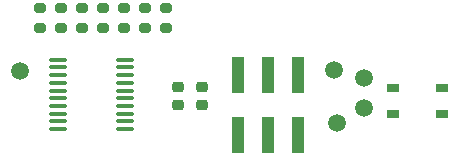
<source format=gbr>
%TF.GenerationSoftware,KiCad,Pcbnew,8.0.7*%
%TF.CreationDate,2025-01-17T18:48:29+01:00*%
%TF.ProjectId,SAO_Attraktor,53414f5f-4174-4747-9261-6b746f722e6b,rev?*%
%TF.SameCoordinates,Original*%
%TF.FileFunction,Soldermask,Bot*%
%TF.FilePolarity,Negative*%
%FSLAX46Y46*%
G04 Gerber Fmt 4.6, Leading zero omitted, Abs format (unit mm)*
G04 Created by KiCad (PCBNEW 8.0.7) date 2025-01-17 18:48:29*
%MOMM*%
%LPD*%
G01*
G04 APERTURE LIST*
G04 Aperture macros list*
%AMRoundRect*
0 Rectangle with rounded corners*
0 $1 Rounding radius*
0 $2 $3 $4 $5 $6 $7 $8 $9 X,Y pos of 4 corners*
0 Add a 4 corners polygon primitive as box body*
4,1,4,$2,$3,$4,$5,$6,$7,$8,$9,$2,$3,0*
0 Add four circle primitives for the rounded corners*
1,1,$1+$1,$2,$3*
1,1,$1+$1,$4,$5*
1,1,$1+$1,$6,$7*
1,1,$1+$1,$8,$9*
0 Add four rect primitives between the rounded corners*
20,1,$1+$1,$2,$3,$4,$5,0*
20,1,$1+$1,$4,$5,$6,$7,0*
20,1,$1+$1,$6,$7,$8,$9,0*
20,1,$1+$1,$8,$9,$2,$3,0*%
G04 Aperture macros list end*
%ADD10C,1.500000*%
%ADD11RoundRect,0.200000X0.275000X-0.200000X0.275000X0.200000X-0.275000X0.200000X-0.275000X-0.200000X0*%
%ADD12R,1.000000X3.150000*%
%ADD13R,1.050000X0.650000*%
%ADD14RoundRect,0.225000X-0.250000X0.225000X-0.250000X-0.225000X0.250000X-0.225000X0.250000X0.225000X0*%
%ADD15RoundRect,0.100000X0.637500X0.100000X-0.637500X0.100000X-0.637500X-0.100000X0.637500X-0.100000X0*%
G04 APERTURE END LIST*
D10*
%TO.C,PC7*%
X158038800Y-108559600D03*
%TD*%
%TO.C,PC6*%
X160528000Y-109220000D03*
%TD*%
%TO.C,PC4*%
X160528000Y-111760000D03*
%TD*%
%TO.C,PC3*%
X158242000Y-113030000D03*
%TD*%
D11*
%TO.C,R3*%
X138430000Y-104965000D03*
X138430000Y-103315000D03*
%TD*%
D12*
%TO.C,J1*%
X149860000Y-108981000D03*
X149860000Y-114031000D03*
X152400000Y-108981000D03*
X152400000Y-114031000D03*
X154940000Y-108981000D03*
X154940000Y-114031000D03*
%TD*%
D11*
%TO.C,R1*%
X133096000Y-104965000D03*
X133096000Y-103315000D03*
%TD*%
D13*
%TO.C,SW1*%
X167132000Y-110118000D03*
X162982000Y-110118000D03*
X167132000Y-112268000D03*
X162982000Y-112268000D03*
%TD*%
D11*
%TO.C,R5*%
X141986000Y-104965000D03*
X141986000Y-103315000D03*
%TD*%
D14*
%TO.C,C2*%
X146812000Y-109969000D03*
X146812000Y-111519000D03*
%TD*%
D15*
%TO.C,U1*%
X140345000Y-107696000D03*
X140345000Y-108346000D03*
X140345000Y-108996000D03*
X140345000Y-109646000D03*
X140345000Y-110296000D03*
X140345000Y-110946000D03*
X140345000Y-111596000D03*
X140345000Y-112246000D03*
X140345000Y-112896000D03*
X140345000Y-113546000D03*
X134620000Y-113546000D03*
X134620000Y-112896000D03*
X134620000Y-112246000D03*
X134620000Y-111596000D03*
X134620000Y-110946000D03*
X134620000Y-110296000D03*
X134620000Y-109646000D03*
X134620000Y-108996000D03*
X134620000Y-108346000D03*
X134620000Y-107696000D03*
%TD*%
D11*
%TO.C,R4*%
X140208000Y-104965000D03*
X140208000Y-103315000D03*
%TD*%
%TO.C,R2*%
X134874000Y-104965000D03*
X134874000Y-103315000D03*
%TD*%
%TO.C,R7*%
X136652000Y-104965000D03*
X136652000Y-103315000D03*
%TD*%
%TO.C,R6*%
X143764000Y-104965000D03*
X143764000Y-103315000D03*
%TD*%
D14*
%TO.C,C1*%
X144780000Y-109969000D03*
X144780000Y-111519000D03*
%TD*%
D10*
%TO.C,PC5*%
X131419600Y-108610400D03*
%TD*%
M02*

</source>
